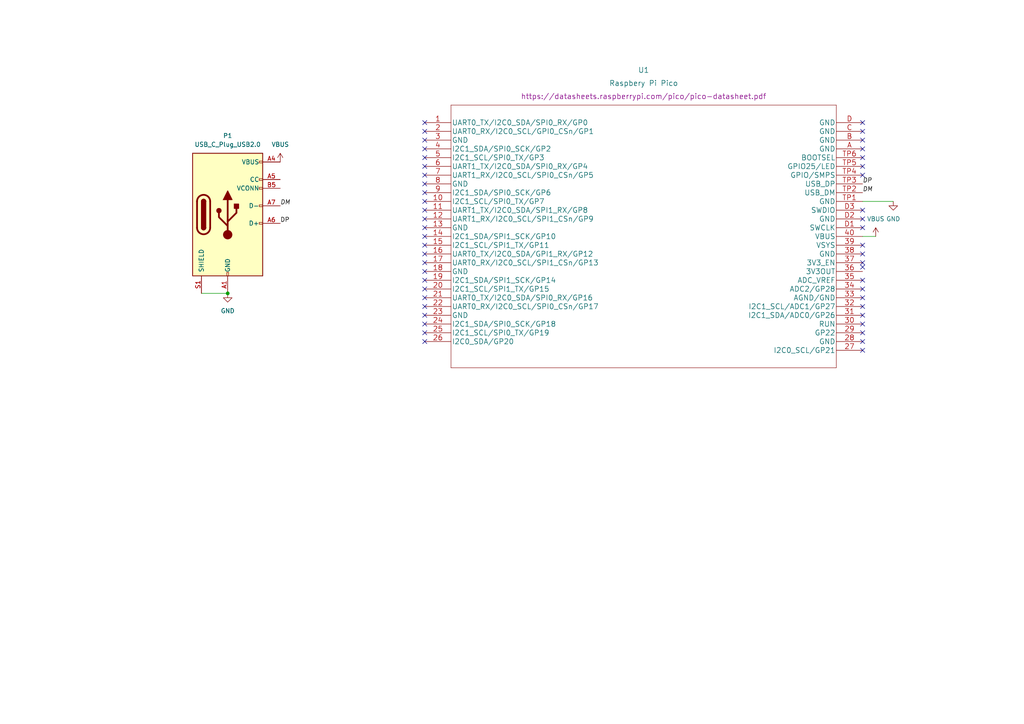
<source format=kicad_sch>
(kicad_sch (version 20211123) (generator eeschema)

  (uuid c42e900c-b5ca-468f-afed-db6171c46a9a)

  (paper "A4")

  (lib_symbols
    (symbol "Connector:USB_C_Plug_USB2.0" (pin_names (offset 1.016)) (in_bom yes) (on_board yes)
      (property "Reference" "P" (id 0) (at -10.16 19.05 0)
        (effects (font (size 1.27 1.27)) (justify left))
      )
      (property "Value" "USB_C_Plug_USB2.0" (id 1) (at 12.7 19.05 0)
        (effects (font (size 1.27 1.27)) (justify right))
      )
      (property "Footprint" "" (id 2) (at 3.81 0 0)
        (effects (font (size 1.27 1.27)) hide)
      )
      (property "Datasheet" "https://www.usb.org/sites/default/files/documents/usb_type-c.zip" (id 3) (at 3.81 0 0)
        (effects (font (size 1.27 1.27)) hide)
      )
      (property "ki_keywords" "usb universal serial bus type-C USB2.0" (id 4) (at 0 0 0)
        (effects (font (size 1.27 1.27)) hide)
      )
      (property "ki_description" "USB 2.0-only Type-C Plug connector" (id 5) (at 0 0 0)
        (effects (font (size 1.27 1.27)) hide)
      )
      (property "ki_fp_filters" "USB*C*Plug*" (id 6) (at 0 0 0)
        (effects (font (size 1.27 1.27)) hide)
      )
      (symbol "USB_C_Plug_USB2.0_0_0"
        (rectangle (start -0.254 -17.78) (end 0.254 -16.764)
          (stroke (width 0) (type default) (color 0 0 0 0))
          (fill (type none))
        )
        (rectangle (start 10.16 -2.286) (end 9.144 -2.794)
          (stroke (width 0) (type default) (color 0 0 0 0))
          (fill (type none))
        )
        (rectangle (start 10.16 2.794) (end 9.144 2.286)
          (stroke (width 0) (type default) (color 0 0 0 0))
          (fill (type none))
        )
        (rectangle (start 10.16 7.874) (end 9.144 7.366)
          (stroke (width 0) (type default) (color 0 0 0 0))
          (fill (type none))
        )
        (rectangle (start 10.16 10.414) (end 9.144 9.906)
          (stroke (width 0) (type default) (color 0 0 0 0))
          (fill (type none))
        )
        (rectangle (start 10.16 15.494) (end 9.144 14.986)
          (stroke (width 0) (type default) (color 0 0 0 0))
          (fill (type none))
        )
      )
      (symbol "USB_C_Plug_USB2.0_0_1"
        (rectangle (start -10.16 17.78) (end 10.16 -17.78)
          (stroke (width 0.254) (type default) (color 0 0 0 0))
          (fill (type background))
        )
        (arc (start -8.89 -3.81) (mid -6.985 -5.715) (end -5.08 -3.81)
          (stroke (width 0.508) (type default) (color 0 0 0 0))
          (fill (type none))
        )
        (arc (start -7.62 -3.81) (mid -6.985 -4.445) (end -6.35 -3.81)
          (stroke (width 0.254) (type default) (color 0 0 0 0))
          (fill (type none))
        )
        (arc (start -7.62 -3.81) (mid -6.985 -4.445) (end -6.35 -3.81)
          (stroke (width 0.254) (type default) (color 0 0 0 0))
          (fill (type outline))
        )
        (rectangle (start -7.62 -3.81) (end -6.35 3.81)
          (stroke (width 0.254) (type default) (color 0 0 0 0))
          (fill (type outline))
        )
        (arc (start -6.35 3.81) (mid -6.985 4.445) (end -7.62 3.81)
          (stroke (width 0.254) (type default) (color 0 0 0 0))
          (fill (type none))
        )
        (arc (start -6.35 3.81) (mid -6.985 4.445) (end -7.62 3.81)
          (stroke (width 0.254) (type default) (color 0 0 0 0))
          (fill (type outline))
        )
        (arc (start -5.08 3.81) (mid -6.985 5.715) (end -8.89 3.81)
          (stroke (width 0.508) (type default) (color 0 0 0 0))
          (fill (type none))
        )
        (circle (center -2.54 1.143) (radius 0.635)
          (stroke (width 0.254) (type default) (color 0 0 0 0))
          (fill (type outline))
        )
        (circle (center 0 -5.842) (radius 1.27)
          (stroke (width 0) (type default) (color 0 0 0 0))
          (fill (type outline))
        )
        (polyline
          (pts
            (xy -8.89 -3.81)
            (xy -8.89 3.81)
          )
          (stroke (width 0.508) (type default) (color 0 0 0 0))
          (fill (type none))
        )
        (polyline
          (pts
            (xy -5.08 3.81)
            (xy -5.08 -3.81)
          )
          (stroke (width 0.508) (type default) (color 0 0 0 0))
          (fill (type none))
        )
        (polyline
          (pts
            (xy 0 -5.842)
            (xy 0 4.318)
          )
          (stroke (width 0.508) (type default) (color 0 0 0 0))
          (fill (type none))
        )
        (polyline
          (pts
            (xy 0 -3.302)
            (xy -2.54 -0.762)
            (xy -2.54 0.508)
          )
          (stroke (width 0.508) (type default) (color 0 0 0 0))
          (fill (type none))
        )
        (polyline
          (pts
            (xy 0 -2.032)
            (xy 2.54 0.508)
            (xy 2.54 1.778)
          )
          (stroke (width 0.508) (type default) (color 0 0 0 0))
          (fill (type none))
        )
        (polyline
          (pts
            (xy -1.27 4.318)
            (xy 0 6.858)
            (xy 1.27 4.318)
            (xy -1.27 4.318)
          )
          (stroke (width 0.254) (type default) (color 0 0 0 0))
          (fill (type outline))
        )
        (rectangle (start 1.905 1.778) (end 3.175 3.048)
          (stroke (width 0.254) (type default) (color 0 0 0 0))
          (fill (type outline))
        )
      )
      (symbol "USB_C_Plug_USB2.0_1_1"
        (pin passive line (at 0 -22.86 90) (length 5.08)
          (name "GND" (effects (font (size 1.27 1.27))))
          (number "A1" (effects (font (size 1.27 1.27))))
        )
        (pin passive line (at 0 -22.86 90) (length 5.08) hide
          (name "GND" (effects (font (size 1.27 1.27))))
          (number "A12" (effects (font (size 1.27 1.27))))
        )
        (pin passive line (at 15.24 15.24 180) (length 5.08)
          (name "VBUS" (effects (font (size 1.27 1.27))))
          (number "A4" (effects (font (size 1.27 1.27))))
        )
        (pin bidirectional line (at 15.24 10.16 180) (length 5.08)
          (name "CC" (effects (font (size 1.27 1.27))))
          (number "A5" (effects (font (size 1.27 1.27))))
        )
        (pin bidirectional line (at 15.24 -2.54 180) (length 5.08)
          (name "D+" (effects (font (size 1.27 1.27))))
          (number "A6" (effects (font (size 1.27 1.27))))
        )
        (pin bidirectional line (at 15.24 2.54 180) (length 5.08)
          (name "D-" (effects (font (size 1.27 1.27))))
          (number "A7" (effects (font (size 1.27 1.27))))
        )
        (pin passive line (at 15.24 15.24 180) (length 5.08) hide
          (name "VBUS" (effects (font (size 1.27 1.27))))
          (number "A9" (effects (font (size 1.27 1.27))))
        )
        (pin passive line (at 0 -22.86 90) (length 5.08) hide
          (name "GND" (effects (font (size 1.27 1.27))))
          (number "B1" (effects (font (size 1.27 1.27))))
        )
        (pin passive line (at 0 -22.86 90) (length 5.08) hide
          (name "GND" (effects (font (size 1.27 1.27))))
          (number "B12" (effects (font (size 1.27 1.27))))
        )
        (pin passive line (at 15.24 15.24 180) (length 5.08) hide
          (name "VBUS" (effects (font (size 1.27 1.27))))
          (number "B4" (effects (font (size 1.27 1.27))))
        )
        (pin bidirectional line (at 15.24 7.62 180) (length 5.08)
          (name "VCONN" (effects (font (size 1.27 1.27))))
          (number "B5" (effects (font (size 1.27 1.27))))
        )
        (pin passive line (at 15.24 15.24 180) (length 5.08) hide
          (name "VBUS" (effects (font (size 1.27 1.27))))
          (number "B9" (effects (font (size 1.27 1.27))))
        )
        (pin passive line (at -7.62 -22.86 90) (length 5.08)
          (name "SHIELD" (effects (font (size 1.27 1.27))))
          (number "S1" (effects (font (size 1.27 1.27))))
        )
      )
    )
    (symbol "power:GND" (power) (pin_names (offset 0)) (in_bom yes) (on_board yes)
      (property "Reference" "#PWR" (id 0) (at 0 -6.35 0)
        (effects (font (size 1.27 1.27)) hide)
      )
      (property "Value" "GND" (id 1) (at 0 -3.81 0)
        (effects (font (size 1.27 1.27)))
      )
      (property "Footprint" "" (id 2) (at 0 0 0)
        (effects (font (size 1.27 1.27)) hide)
      )
      (property "Datasheet" "" (id 3) (at 0 0 0)
        (effects (font (size 1.27 1.27)) hide)
      )
      (property "ki_keywords" "power-flag" (id 4) (at 0 0 0)
        (effects (font (size 1.27 1.27)) hide)
      )
      (property "ki_description" "Power symbol creates a global label with name \"GND\" , ground" (id 5) (at 0 0 0)
        (effects (font (size 1.27 1.27)) hide)
      )
      (symbol "GND_0_1"
        (polyline
          (pts
            (xy 0 0)
            (xy 0 -1.27)
            (xy 1.27 -1.27)
            (xy 0 -2.54)
            (xy -1.27 -1.27)
            (xy 0 -1.27)
          )
          (stroke (width 0) (type default) (color 0 0 0 0))
          (fill (type none))
        )
      )
      (symbol "GND_1_1"
        (pin power_in line (at 0 0 270) (length 0) hide
          (name "GND" (effects (font (size 1.27 1.27))))
          (number "1" (effects (font (size 1.27 1.27))))
        )
      )
    )
    (symbol "power:VBUS" (power) (pin_names (offset 0)) (in_bom yes) (on_board yes)
      (property "Reference" "#PWR" (id 0) (at 0 -3.81 0)
        (effects (font (size 1.27 1.27)) hide)
      )
      (property "Value" "VBUS" (id 1) (at 0 3.81 0)
        (effects (font (size 1.27 1.27)))
      )
      (property "Footprint" "" (id 2) (at 0 0 0)
        (effects (font (size 1.27 1.27)) hide)
      )
      (property "Datasheet" "" (id 3) (at 0 0 0)
        (effects (font (size 1.27 1.27)) hide)
      )
      (property "ki_keywords" "power-flag" (id 4) (at 0 0 0)
        (effects (font (size 1.27 1.27)) hide)
      )
      (property "ki_description" "Power symbol creates a global label with name \"VBUS\"" (id 5) (at 0 0 0)
        (effects (font (size 1.27 1.27)) hide)
      )
      (symbol "VBUS_0_1"
        (polyline
          (pts
            (xy -0.762 1.27)
            (xy 0 2.54)
          )
          (stroke (width 0) (type default) (color 0 0 0 0))
          (fill (type none))
        )
        (polyline
          (pts
            (xy 0 0)
            (xy 0 2.54)
          )
          (stroke (width 0) (type default) (color 0 0 0 0))
          (fill (type none))
        )
        (polyline
          (pts
            (xy 0 2.54)
            (xy 0.762 1.27)
          )
          (stroke (width 0) (type default) (color 0 0 0 0))
          (fill (type none))
        )
      )
      (symbol "VBUS_1_1"
        (pin power_in line (at 0 0 90) (length 0) hide
          (name "VBUS" (effects (font (size 1.27 1.27))))
          (number "1" (effects (font (size 1.27 1.27))))
        )
      )
    )
    (symbol "ul_SC0915:Raspbery Pi Pico" (pin_names (offset 0.254)) (in_bom yes) (on_board yes)
      (property "Reference" "U" (id 0) (at 63.5 10.16 0)
        (effects (font (size 1.524 1.524)))
      )
      (property "Value" "Raspbery Pi Pico" (id 1) (at 63.5 7.62 0)
        (effects (font (size 1.524 1.524)))
      )
      (property "Footprint" "ul_SC0915:SC0915" (id 2) (at 63.5 6.096 0)
        (effects (font (size 1.524 1.524)) hide)
      )
      (property "Datasheet" "https://datasheets.raspberrypi.com/pico/pico-datasheet.pdf" (id 3) (at 0 0 0)
        (effects (font (size 1.524 1.524)))
      )
      (property "ki_fp_filters" "SC0915_RPI" (id 4) (at 0 0 0)
        (effects (font (size 1.27 1.27)) hide)
      )
      (symbol "Raspbery Pi Pico_1_1"
        (polyline
          (pts
            (xy 7.62 -71.12)
            (xy 119.38 -71.12)
          )
          (stroke (width 0.127) (type default) (color 0 0 0 0))
          (fill (type none))
        )
        (polyline
          (pts
            (xy 7.62 5.08)
            (xy 7.62 -71.12)
          )
          (stroke (width 0.127) (type default) (color 0 0 0 0))
          (fill (type none))
        )
        (polyline
          (pts
            (xy 119.38 -71.12)
            (xy 119.38 5.08)
          )
          (stroke (width 0.127) (type default) (color 0 0 0 0))
          (fill (type none))
        )
        (polyline
          (pts
            (xy 119.38 5.08)
            (xy 7.62 5.08)
          )
          (stroke (width 0.127) (type default) (color 0 0 0 0))
          (fill (type none))
        )
        (pin bidirectional line (at 0 0 0) (length 7.62)
          (name "UART0_TX/I2C0_SDA/SPI0_RX/GP0" (effects (font (size 1.4986 1.4986))))
          (number "1" (effects (font (size 1.4986 1.4986))))
        )
        (pin bidirectional line (at 0 -22.86 0) (length 7.62)
          (name "I2C1_SCL/SPI0_TX/GP7" (effects (font (size 1.4986 1.4986))))
          (number "10" (effects (font (size 1.4986 1.4986))))
        )
        (pin bidirectional line (at 0 -25.4 0) (length 7.62)
          (name "UART1_TX/I2C0_SDA/SPI1_RX/GP8" (effects (font (size 1.4986 1.4986))))
          (number "11" (effects (font (size 1.4986 1.4986))))
        )
        (pin bidirectional line (at 0 -27.94 0) (length 7.62)
          (name "UART1_RX/I2C0_SCL/SPI1_CSn/GP9" (effects (font (size 1.4986 1.4986))))
          (number "12" (effects (font (size 1.4986 1.4986))))
        )
        (pin power_in line (at 0 -30.48 0) (length 7.62)
          (name "GND" (effects (font (size 1.4986 1.4986))))
          (number "13" (effects (font (size 1.4986 1.4986))))
        )
        (pin bidirectional line (at 0 -33.02 0) (length 7.62)
          (name "I2C1_SDA/SPI1_SCK/GP10" (effects (font (size 1.4986 1.4986))))
          (number "14" (effects (font (size 1.4986 1.4986))))
        )
        (pin bidirectional line (at 0 -35.56 0) (length 7.62)
          (name "I2C1_SCL/SPI1_TX/GP11" (effects (font (size 1.4986 1.4986))))
          (number "15" (effects (font (size 1.4986 1.4986))))
        )
        (pin bidirectional line (at 0 -38.1 0) (length 7.62)
          (name "UART0_TX/I2C0_SDA/GPI1_RX/GP12" (effects (font (size 1.4986 1.4986))))
          (number "16" (effects (font (size 1.4986 1.4986))))
        )
        (pin bidirectional line (at 0 -40.64 0) (length 7.62)
          (name "UART0_RX/I2C0_SCL/SPI1_CSn/GP13" (effects (font (size 1.4986 1.4986))))
          (number "17" (effects (font (size 1.4986 1.4986))))
        )
        (pin power_in line (at 0 -43.18 0) (length 7.62)
          (name "GND" (effects (font (size 1.4986 1.4986))))
          (number "18" (effects (font (size 1.4986 1.4986))))
        )
        (pin bidirectional line (at 0 -45.72 0) (length 7.62)
          (name "I2C1_SDA/SPI1_SCK/GP14" (effects (font (size 1.4986 1.4986))))
          (number "19" (effects (font (size 1.4986 1.4986))))
        )
        (pin bidirectional line (at 0 -2.54 0) (length 7.62)
          (name "UART0_RX/I2C0_SCL/GPI0_CSn/GP1" (effects (font (size 1.4986 1.4986))))
          (number "2" (effects (font (size 1.4986 1.4986))))
        )
        (pin bidirectional line (at 0 -48.26 0) (length 7.62)
          (name "I2C1_SCL/SPI1_TX/GP15" (effects (font (size 1.4986 1.4986))))
          (number "20" (effects (font (size 1.4986 1.4986))))
        )
        (pin bidirectional line (at 0 -50.8 0) (length 7.62)
          (name "UART0_TX/I2C0_SDA/SPI0_RX/GP16" (effects (font (size 1.4986 1.4986))))
          (number "21" (effects (font (size 1.4986 1.4986))))
        )
        (pin bidirectional line (at 0 -53.34 0) (length 7.62)
          (name "UART0_RX/I2C0_SCL/SPI0_CSn/GP17" (effects (font (size 1.4986 1.4986))))
          (number "22" (effects (font (size 1.4986 1.4986))))
        )
        (pin power_in line (at 0 -55.88 0) (length 7.62)
          (name "GND" (effects (font (size 1.4986 1.4986))))
          (number "23" (effects (font (size 1.4986 1.4986))))
        )
        (pin bidirectional line (at 0 -58.42 0) (length 7.62)
          (name "I2C1_SDA/SPI0_SCK/GP18" (effects (font (size 1.4986 1.4986))))
          (number "24" (effects (font (size 1.4986 1.4986))))
        )
        (pin bidirectional line (at 0 -60.96 0) (length 7.62)
          (name "I2C1_SCL/SPI0_TX/GP19" (effects (font (size 1.4986 1.4986))))
          (number "25" (effects (font (size 1.4986 1.4986))))
        )
        (pin bidirectional line (at 0 -63.5 0) (length 7.62)
          (name "I2C0_SDA/GP20" (effects (font (size 1.4986 1.4986))))
          (number "26" (effects (font (size 1.4986 1.4986))))
        )
        (pin bidirectional line (at 127 -66.04 180) (length 7.62)
          (name "I2C0_SCL/GP21" (effects (font (size 1.4986 1.4986))))
          (number "27" (effects (font (size 1.4986 1.4986))))
        )
        (pin power_in line (at 127 -63.5 180) (length 7.62)
          (name "GND" (effects (font (size 1.4986 1.4986))))
          (number "28" (effects (font (size 1.4986 1.4986))))
        )
        (pin bidirectional line (at 127 -60.96 180) (length 7.62)
          (name "GP22" (effects (font (size 1.4986 1.4986))))
          (number "29" (effects (font (size 1.4986 1.4986))))
        )
        (pin power_in line (at 0 -5.08 0) (length 7.62)
          (name "GND" (effects (font (size 1.4986 1.4986))))
          (number "3" (effects (font (size 1.4986 1.4986))))
        )
        (pin bidirectional line (at 127 -58.42 180) (length 7.62)
          (name "RUN" (effects (font (size 1.4986 1.4986))))
          (number "30" (effects (font (size 1.4986 1.4986))))
        )
        (pin bidirectional line (at 127 -55.88 180) (length 7.62)
          (name "I2C1_SDA/ADC0/GP26" (effects (font (size 1.4986 1.4986))))
          (number "31" (effects (font (size 1.4986 1.4986))))
        )
        (pin bidirectional line (at 127 -53.34 180) (length 7.62)
          (name "I2C1_SCL/ADC1/GP27" (effects (font (size 1.4986 1.4986))))
          (number "32" (effects (font (size 1.4986 1.4986))))
        )
        (pin power_in line (at 127 -50.8 180) (length 7.62)
          (name "AGND/GND" (effects (font (size 1.4986 1.4986))))
          (number "33" (effects (font (size 1.4986 1.4986))))
        )
        (pin bidirectional line (at 127 -48.26 180) (length 7.62)
          (name "ADC2/GP28" (effects (font (size 1.4986 1.4986))))
          (number "34" (effects (font (size 1.4986 1.4986))))
        )
        (pin power_in line (at 127 -45.72 180) (length 7.62)
          (name "ADC_VREF" (effects (font (size 1.4986 1.4986))))
          (number "35" (effects (font (size 1.4986 1.4986))))
        )
        (pin power_out line (at 127 -43.18 180) (length 7.62)
          (name "3V3OUT" (effects (font (size 1.4986 1.4986))))
          (number "36" (effects (font (size 1.4986 1.4986))))
        )
        (pin power_in line (at 127 -40.64 180) (length 7.62)
          (name "3V3_EN" (effects (font (size 1.4986 1.4986))))
          (number "37" (effects (font (size 1.4986 1.4986))))
        )
        (pin power_in line (at 127 -38.1 180) (length 7.62)
          (name "GND" (effects (font (size 1.4986 1.4986))))
          (number "38" (effects (font (size 1.4986 1.4986))))
        )
        (pin power_in line (at 127 -35.56 180) (length 7.62)
          (name "VSYS" (effects (font (size 1.4986 1.4986))))
          (number "39" (effects (font (size 1.4986 1.4986))))
        )
        (pin bidirectional line (at 0 -7.62 0) (length 7.62)
          (name "I2C1_SDA/SPI0_SCK/GP2" (effects (font (size 1.4986 1.4986))))
          (number "4" (effects (font (size 1.4986 1.4986))))
        )
        (pin power_in line (at 127 -33.02 180) (length 7.62)
          (name "VBUS" (effects (font (size 1.4986 1.4986))))
          (number "40" (effects (font (size 1.4986 1.4986))))
        )
        (pin bidirectional line (at 0 -10.16 0) (length 7.62)
          (name "I2C1_SCL/SPI0_TX/GP3" (effects (font (size 1.4986 1.4986))))
          (number "5" (effects (font (size 1.4986 1.4986))))
        )
        (pin bidirectional line (at 0 -12.7 0) (length 7.62)
          (name "UART1_TX/I2C0_SDA/SPI0_RX/GP4" (effects (font (size 1.4986 1.4986))))
          (number "6" (effects (font (size 1.4986 1.4986))))
        )
        (pin bidirectional line (at 0 -15.24 0) (length 7.62)
          (name "UART1_RX/I2C0_SCL/SPI0_CSn/GP5" (effects (font (size 1.4986 1.4986))))
          (number "7" (effects (font (size 1.4986 1.4986))))
        )
        (pin power_in line (at 0 -17.78 0) (length 7.62)
          (name "GND" (effects (font (size 1.4986 1.4986))))
          (number "8" (effects (font (size 1.4986 1.4986))))
        )
        (pin bidirectional line (at 0 -20.32 0) (length 7.62)
          (name "I2C1_SDA/SPI0_SCK/GP6" (effects (font (size 1.4986 1.4986))))
          (number "9" (effects (font (size 1.4986 1.4986))))
        )
        (pin power_in line (at 127 -7.62 180) (length 7.62)
          (name "GND" (effects (font (size 1.4986 1.4986))))
          (number "A" (effects (font (size 1.4986 1.4986))))
        )
        (pin power_in line (at 127 -5.08 180) (length 7.62)
          (name "GND" (effects (font (size 1.4986 1.4986))))
          (number "B" (effects (font (size 1.4986 1.4986))))
        )
        (pin power_in line (at 127 -2.54 180) (length 7.62)
          (name "GND" (effects (font (size 1.4986 1.4986))))
          (number "C" (effects (font (size 1.4986 1.4986))))
        )
        (pin power_in line (at 127 0 180) (length 7.62)
          (name "GND" (effects (font (size 1.4986 1.4986))))
          (number "D" (effects (font (size 1.4986 1.4986))))
        )
        (pin bidirectional line (at 127 -30.48 180) (length 7.62)
          (name "SWCLK" (effects (font (size 1.4986 1.4986))))
          (number "D1" (effects (font (size 1.4986 1.4986))))
        )
        (pin power_in line (at 127 -27.94 180) (length 7.62)
          (name "GND" (effects (font (size 1.4986 1.4986))))
          (number "D2" (effects (font (size 1.4986 1.4986))))
        )
        (pin bidirectional line (at 127 -25.4 180) (length 7.62)
          (name "SWDIO" (effects (font (size 1.4986 1.4986))))
          (number "D3" (effects (font (size 1.4986 1.4986))))
        )
        (pin power_in line (at 127 -22.86 180) (length 7.62)
          (name "GND" (effects (font (size 1.4986 1.4986))))
          (number "TP1" (effects (font (size 1.4986 1.4986))))
        )
        (pin bidirectional line (at 127 -20.32 180) (length 7.62)
          (name "USB_DM" (effects (font (size 1.4986 1.4986))))
          (number "TP2" (effects (font (size 1.4986 1.4986))))
        )
        (pin bidirectional line (at 127 -17.78 180) (length 7.62)
          (name "USB_DP" (effects (font (size 1.4986 1.4986))))
          (number "TP3" (effects (font (size 1.4986 1.4986))))
        )
        (pin bidirectional line (at 127 -15.24 180) (length 7.62)
          (name "GPIO/SMPS" (effects (font (size 1.4986 1.4986))))
          (number "TP4" (effects (font (size 1.4986 1.4986))))
        )
        (pin bidirectional line (at 127 -12.7 180) (length 7.62)
          (name "GPIO25/LED" (effects (font (size 1.4986 1.4986))))
          (number "TP5" (effects (font (size 1.4986 1.4986))))
        )
        (pin bidirectional line (at 127 -10.16 180) (length 7.62)
          (name "BOOTSEL" (effects (font (size 1.4986 1.4986))))
          (number "TP6" (effects (font (size 1.4986 1.4986))))
        )
      )
    )
  )


  (junction (at 66.04 85.09) (diameter 0) (color 0 0 0 0)
    (uuid e66509f4-f591-4244-a0e9-241a736d5905)
  )

  (no_connect (at 123.19 71.12) (uuid a588f15a-e2cb-4033-8f20-610d39503319))
  (no_connect (at 123.19 68.58) (uuid a588f15a-e2cb-4033-8f20-610d39503319))
  (no_connect (at 123.19 66.04) (uuid a588f15a-e2cb-4033-8f20-610d39503319))
  (no_connect (at 123.19 63.5) (uuid a588f15a-e2cb-4033-8f20-610d39503319))
  (no_connect (at 123.19 60.96) (uuid a588f15a-e2cb-4033-8f20-610d39503319))
  (no_connect (at 123.19 58.42) (uuid a588f15a-e2cb-4033-8f20-610d39503319))
  (no_connect (at 250.19 63.5) (uuid a588f15a-e2cb-4033-8f20-610d39503319))
  (no_connect (at 250.19 99.06) (uuid a588f15a-e2cb-4033-8f20-610d39503319))
  (no_connect (at 250.19 101.6) (uuid a588f15a-e2cb-4033-8f20-610d39503319))
  (no_connect (at 123.19 96.52) (uuid a588f15a-e2cb-4033-8f20-610d39503319))
  (no_connect (at 123.19 93.98) (uuid a588f15a-e2cb-4033-8f20-610d39503319))
  (no_connect (at 123.19 91.44) (uuid a588f15a-e2cb-4033-8f20-610d39503319))
  (no_connect (at 123.19 88.9) (uuid a588f15a-e2cb-4033-8f20-610d39503319))
  (no_connect (at 123.19 86.36) (uuid a588f15a-e2cb-4033-8f20-610d39503319))
  (no_connect (at 123.19 83.82) (uuid a588f15a-e2cb-4033-8f20-610d39503319))
  (no_connect (at 123.19 81.28) (uuid a588f15a-e2cb-4033-8f20-610d39503319))
  (no_connect (at 123.19 78.74) (uuid a588f15a-e2cb-4033-8f20-610d39503319))
  (no_connect (at 123.19 76.2) (uuid a588f15a-e2cb-4033-8f20-610d39503319))
  (no_connect (at 123.19 73.66) (uuid a588f15a-e2cb-4033-8f20-610d39503319))
  (no_connect (at 123.19 99.06) (uuid a588f15a-e2cb-4033-8f20-610d39503319))
  (no_connect (at 123.19 55.88) (uuid a588f15a-e2cb-4033-8f20-610d39503319))
  (no_connect (at 123.19 53.34) (uuid a588f15a-e2cb-4033-8f20-610d39503319))
  (no_connect (at 123.19 50.8) (uuid a588f15a-e2cb-4033-8f20-610d39503319))
  (no_connect (at 123.19 48.26) (uuid a588f15a-e2cb-4033-8f20-610d39503319))
  (no_connect (at 123.19 45.72) (uuid a588f15a-e2cb-4033-8f20-610d39503319))
  (no_connect (at 123.19 43.18) (uuid a588f15a-e2cb-4033-8f20-610d39503319))
  (no_connect (at 123.19 40.64) (uuid a588f15a-e2cb-4033-8f20-610d39503319))
  (no_connect (at 123.19 38.1) (uuid a588f15a-e2cb-4033-8f20-610d39503319))
  (no_connect (at 123.19 35.56) (uuid a588f15a-e2cb-4033-8f20-610d39503319))
  (no_connect (at 250.19 35.56) (uuid a588f15a-e2cb-4033-8f20-610d39503319))
  (no_connect (at 250.19 40.64) (uuid a588f15a-e2cb-4033-8f20-610d39503319))
  (no_connect (at 250.19 43.18) (uuid a588f15a-e2cb-4033-8f20-610d39503319))
  (no_connect (at 250.19 45.72) (uuid a588f15a-e2cb-4033-8f20-610d39503319))
  (no_connect (at 250.19 48.26) (uuid a588f15a-e2cb-4033-8f20-610d39503319))
  (no_connect (at 250.19 38.1) (uuid a588f15a-e2cb-4033-8f20-610d39503319))
  (no_connect (at 250.19 50.8) (uuid a588f15a-e2cb-4033-8f20-610d39503319))
  (no_connect (at 250.19 60.96) (uuid a588f15a-e2cb-4033-8f20-610d39503319))
  (no_connect (at 250.19 66.04) (uuid a588f15a-e2cb-4033-8f20-610d39503319))
  (no_connect (at 250.19 71.12) (uuid a588f15a-e2cb-4033-8f20-610d39503319))
  (no_connect (at 250.19 73.66) (uuid a588f15a-e2cb-4033-8f20-610d39503319))
  (no_connect (at 250.19 77.47) (uuid a588f15a-e2cb-4033-8f20-610d39503319))
  (no_connect (at 250.19 76.2) (uuid a588f15a-e2cb-4033-8f20-610d39503319))
  (no_connect (at 250.19 81.28) (uuid a588f15a-e2cb-4033-8f20-610d39503319))
  (no_connect (at 250.19 83.82) (uuid a588f15a-e2cb-4033-8f20-610d39503319))
  (no_connect (at 250.19 86.36) (uuid a588f15a-e2cb-4033-8f20-610d39503319))
  (no_connect (at 250.19 88.9) (uuid a588f15a-e2cb-4033-8f20-610d39503319))
  (no_connect (at 250.19 91.44) (uuid a588f15a-e2cb-4033-8f20-610d39503319))
  (no_connect (at 250.19 93.98) (uuid a588f15a-e2cb-4033-8f20-610d39503319))
  (no_connect (at 250.19 96.52) (uuid a588f15a-e2cb-4033-8f20-610d39503319))

  (wire (pts (xy 259.08 58.42) (xy 250.19 58.42))
    (stroke (width 0) (type default) (color 0 0 0 0))
    (uuid 6c33233f-0adf-431f-a8c6-8cb4c5ff7959)
  )
  (wire (pts (xy 254 68.58) (xy 250.19 68.58))
    (stroke (width 0) (type default) (color 0 0 0 0))
    (uuid c10dc7e0-62f2-4354-aca2-843ccf8d40c9)
  )
  (wire (pts (xy 58.42 85.09) (xy 66.04 85.09))
    (stroke (width 0) (type default) (color 0 0 0 0))
    (uuid f02f6385-eacc-4a97-8cc5-ddd91c924d5d)
  )

  (label "DP" (at 81.28 64.77 0)
    (effects (font (size 1.27 1.27)) (justify left bottom))
    (uuid 373b367e-4afe-49e4-b951-a5318ac6c329)
  )
  (label "DM" (at 250.19 55.88 0)
    (effects (font (size 1.27 1.27) italic) (justify left bottom))
    (uuid 3a485959-a28e-43c4-86fe-21df5e7c7782)
  )
  (label "DP" (at 250.19 53.34 0)
    (effects (font (size 1.27 1.27) italic) (justify left bottom))
    (uuid 5af16d66-833b-438f-9ca9-56484412a38c)
  )
  (label "DM" (at 81.28 59.69 0)
    (effects (font (size 1.27 1.27) italic) (justify left bottom))
    (uuid b27c2978-1c55-4dcd-a73f-6bff537cda36)
  )

  (symbol (lib_id "power:VBUS") (at 254 68.58 0) (unit 1)
    (in_bom yes) (on_board yes) (fields_autoplaced)
    (uuid 109ec764-4698-4550-aaa8-c709c25a4e40)
    (property "Reference" "#PWR03" (id 0) (at 254 72.39 0)
      (effects (font (size 1.27 1.27)) hide)
    )
    (property "Value" "VBUS" (id 1) (at 254 63.5 0))
    (property "Footprint" "" (id 2) (at 254 68.58 0)
      (effects (font (size 1.27 1.27)) hide)
    )
    (property "Datasheet" "" (id 3) (at 254 68.58 0)
      (effects (font (size 1.27 1.27)) hide)
    )
    (pin "1" (uuid 25228aa2-1c9a-4e0b-9790-753690882f48))
  )

  (symbol (lib_id "power:GND") (at 259.08 58.42 0) (unit 1)
    (in_bom yes) (on_board yes) (fields_autoplaced)
    (uuid 32082160-5c56-4d50-b139-034024bc12b8)
    (property "Reference" "#PWR04" (id 0) (at 259.08 64.77 0)
      (effects (font (size 1.27 1.27)) hide)
    )
    (property "Value" "GND" (id 1) (at 259.08 63.5 0))
    (property "Footprint" "" (id 2) (at 259.08 58.42 0)
      (effects (font (size 1.27 1.27)) hide)
    )
    (property "Datasheet" "" (id 3) (at 259.08 58.42 0)
      (effects (font (size 1.27 1.27)) hide)
    )
    (pin "1" (uuid fdcad0a8-1c23-43cc-9fc1-128305352f6f))
  )

  (symbol (lib_id "power:GND") (at 66.04 85.09 0) (unit 1)
    (in_bom yes) (on_board yes) (fields_autoplaced)
    (uuid 4f1c54bb-398a-41ec-a3c9-b37b619d9a9b)
    (property "Reference" "#PWR01" (id 0) (at 66.04 91.44 0)
      (effects (font (size 1.27 1.27)) hide)
    )
    (property "Value" "GND" (id 1) (at 66.04 90.17 0))
    (property "Footprint" "" (id 2) (at 66.04 85.09 0)
      (effects (font (size 1.27 1.27)) hide)
    )
    (property "Datasheet" "" (id 3) (at 66.04 85.09 0)
      (effects (font (size 1.27 1.27)) hide)
    )
    (pin "1" (uuid f6549f99-af76-4d51-94c8-18da39e5d9b7))
  )

  (symbol (lib_id "power:VBUS") (at 81.28 46.99 0) (unit 1)
    (in_bom yes) (on_board yes) (fields_autoplaced)
    (uuid 965fd1b3-78c5-4300-9083-2fbe933bf233)
    (property "Reference" "#PWR02" (id 0) (at 81.28 50.8 0)
      (effects (font (size 1.27 1.27)) hide)
    )
    (property "Value" "VBUS" (id 1) (at 81.28 41.91 0))
    (property "Footprint" "" (id 2) (at 81.28 46.99 0)
      (effects (font (size 1.27 1.27)) hide)
    )
    (property "Datasheet" "" (id 3) (at 81.28 46.99 0)
      (effects (font (size 1.27 1.27)) hide)
    )
    (pin "1" (uuid a6b745bc-9b9f-4b05-88b9-fe9ed403ecff))
  )

  (symbol (lib_id "Connector:USB_C_Plug_USB2.0") (at 66.04 62.23 0) (unit 1)
    (in_bom yes) (on_board yes) (fields_autoplaced)
    (uuid aac484a4-7986-4797-9f14-c23a3f7dd3c2)
    (property "Reference" "P1" (id 0) (at 66.04 39.37 0))
    (property "Value" "USB_C_Plug_USB2.0" (id 1) (at 66.04 41.91 0))
    (property "Footprint" "" (id 2) (at 69.85 62.23 0)
      (effects (font (size 1.27 1.27)) hide)
    )
    (property "Datasheet" "https://www.usb.org/sites/default/files/documents/usb_type-c.zip" (id 3) (at 69.85 62.23 0)
      (effects (font (size 1.27 1.27)) hide)
    )
    (pin "A1" (uuid 1ad95cda-587e-491e-84e1-e92ae479ecab))
    (pin "A12" (uuid e36cca87-2d5b-4b85-8ee6-a8caaa59521a))
    (pin "A4" (uuid a0946ce9-9820-487e-b516-0df00dbd6b2a))
    (pin "A5" (uuid fed68e4f-10fa-4f7b-9907-f8fa5fc5ee83))
    (pin "A6" (uuid 8fea9edd-844a-4bb9-8066-1ff35cc36dab))
    (pin "A7" (uuid 516321b6-7314-4a60-9953-9e46686f1429))
    (pin "A9" (uuid a6c99bb4-759f-4e84-ad08-72dbbcc38e30))
    (pin "B1" (uuid 867ffff5-1009-4978-bc0b-020bdd261b03))
    (pin "B12" (uuid 961d25c3-8cc9-4ebc-92af-223b5a9dba7b))
    (pin "B4" (uuid 21d2e9b0-7521-4e7f-867f-2ef8f76f189e))
    (pin "B5" (uuid b083ba29-875b-4ec4-8b43-1e608af442ec))
    (pin "B9" (uuid 18f5f28f-7933-4444-88a4-6aa0c813ba93))
    (pin "S1" (uuid 4685b821-8625-4ed2-8b10-345b4d2ad91f))
  )

  (symbol (lib_id "ul_SC0915:Raspbery Pi Pico") (at 123.19 35.56 0) (unit 1)
    (in_bom yes) (on_board yes) (fields_autoplaced)
    (uuid db02436f-9ac1-436f-a22d-f263f0d771be)
    (property "Reference" "U1" (id 0) (at 186.69 20.32 0)
      (effects (font (size 1.524 1.524)))
    )
    (property "Value" "Raspbery Pi Pico" (id 1) (at 186.69 24.13 0)
      (effects (font (size 1.524 1.524)))
    )
    (property "Footprint" "ul_SC0915:SC0915" (id 2) (at 186.69 29.464 0)
      (effects (font (size 1.524 1.524)) hide)
    )
    (property "Datasheet" "https://datasheets.raspberrypi.com/pico/pico-datasheet.pdf" (id 3) (at 186.69 27.94 0)
      (effects (font (size 1.524 1.524)))
    )
    (pin "1" (uuid a0f22b50-9504-4f8c-aa36-b2d07786679b))
    (pin "10" (uuid ac547435-9036-409b-b52b-27326e27a91f))
    (pin "11" (uuid 4911b933-477c-45ef-8ee0-6a0ec27c49e0))
    (pin "12" (uuid 9882fa98-b69d-4041-85e4-74607c6c3b3e))
    (pin "13" (uuid 4a241884-7eb7-4fe5-acd6-08b71edd3368))
    (pin "14" (uuid 4109d7b9-12b1-4e8f-a4b3-fc6ac954077b))
    (pin "15" (uuid 9714fe41-34c5-4190-b35d-dab680967bd0))
    (pin "16" (uuid 6bc26df6-f0c9-4407-aad3-11fb14b73083))
    (pin "17" (uuid e89187a2-9b23-4370-8f16-60741956d245))
    (pin "18" (uuid 2dcc8132-5149-46cc-9c7d-06678e56b07a))
    (pin "19" (uuid c420cf57-5a63-407b-b090-62c2d0dd9aea))
    (pin "2" (uuid 85dd7860-199e-4c7e-9b31-b5bc9ecb319a))
    (pin "20" (uuid a694c192-d3a2-4984-af9f-db9e53dc9eff))
    (pin "21" (uuid dc2c3daa-6f8b-4f7b-8349-334e4a3a841e))
    (pin "22" (uuid c17f3e51-8ba8-4132-83a5-a59402414757))
    (pin "23" (uuid 7fcff312-c80b-43e1-9f1f-c20b3038848a))
    (pin "24" (uuid eb02e467-0cea-4ce5-b40b-44fe070d04e0))
    (pin "25" (uuid 0dadced8-cb13-4dd8-8714-3a7944b8a542))
    (pin "26" (uuid f6b7cabe-70f1-419e-a1d6-0eb47ca31619))
    (pin "27" (uuid ba0c344e-fddf-4ec9-a8f4-54c4e8629491))
    (pin "28" (uuid 014f5f10-497d-4055-9ca5-7c8c62477870))
    (pin "29" (uuid 9576e933-a4d7-44bb-a606-9123b57a9d72))
    (pin "3" (uuid 234f4d45-257d-405a-83b3-b4dc40427386))
    (pin "30" (uuid d85f2ad0-a657-412f-89c4-508ef8d233a7))
    (pin "31" (uuid 91ffbf26-f34b-4b72-9064-8f60ddc0af8e))
    (pin "32" (uuid 2529b4e9-22aa-4734-9899-75a9a10013bd))
    (pin "33" (uuid 102f52c0-d387-4bc7-814e-c4e4f5816178))
    (pin "34" (uuid 116e1e1d-c045-4ce0-98f8-ed343effc68f))
    (pin "35" (uuid 559346ce-3048-45a7-babe-87ff70e1aae8))
    (pin "36" (uuid 3add2a73-dcb5-4b85-a278-821ab38c2fa8))
    (pin "37" (uuid 45383282-9052-4247-b199-79948d05fd5e))
    (pin "38" (uuid fe52445f-ad03-4bfe-92c2-6408ea99e138))
    (pin "39" (uuid 4ecda994-d3bd-4e7a-bc1e-cbb602330644))
    (pin "4" (uuid a1e6aaa2-3f89-4783-a0b2-dfed8ec563a5))
    (pin "40" (uuid 21e05e2c-01a2-4e15-94ac-74e4d290032f))
    (pin "5" (uuid c795d277-62aa-4e73-a108-1d6d851c7fb7))
    (pin "6" (uuid 3c3ff91b-3c0c-4edf-9bbd-d57ef4c9a2b4))
    (pin "7" (uuid f1187f9f-eeec-40cb-8e32-5806935f69b3))
    (pin "8" (uuid e74e4111-3efb-4ca1-9290-93d82e006a43))
    (pin "9" (uuid 841aee84-3878-4403-b603-7c7b9e6050b5))
    (pin "A" (uuid b820136e-0242-4373-86dd-f94399eba165))
    (pin "B" (uuid 4d111ce3-4c3b-4c05-a1c5-1ddc320bda19))
    (pin "C" (uuid b1319274-0c51-4b0d-9d1c-bebd0c60e6bd))
    (pin "D" (uuid 26bdf991-ef72-4b0a-9261-d5f3e1873df6))
    (pin "D1" (uuid b6902632-f593-423e-a7d6-b1ea2464e951))
    (pin "D2" (uuid b5ca6f48-937a-4414-8816-4fc78ccf997f))
    (pin "D3" (uuid 6cc8380b-5c25-46b5-ba10-b6f7b6509a5b))
    (pin "TP1" (uuid 455f25a4-fce2-40ab-a015-db5724969958))
    (pin "TP2" (uuid 880960e4-c147-4b38-baba-ee62d8d934b3))
    (pin "TP3" (uuid f067cd47-0b4d-4962-b564-b09ccbca8e1e))
    (pin "TP4" (uuid 9ff76cea-ac69-4f16-9744-24bc07321058))
    (pin "TP5" (uuid ea222e5b-bc65-4679-8c93-661707819e24))
    (pin "TP6" (uuid ce9d0d07-f804-49ba-bd84-6f4171d9d709))
  )

  (sheet_instances
    (path "/" (page "1"))
  )

  (symbol_instances
    (path "/4f1c54bb-398a-41ec-a3c9-b37b619d9a9b"
      (reference "#PWR01") (unit 1) (value "GND") (footprint "")
    )
    (path "/965fd1b3-78c5-4300-9083-2fbe933bf233"
      (reference "#PWR02") (unit 1) (value "VBUS") (footprint "")
    )
    (path "/109ec764-4698-4550-aaa8-c709c25a4e40"
      (reference "#PWR03") (unit 1) (value "VBUS") (footprint "")
    )
    (path "/32082160-5c56-4d50-b139-034024bc12b8"
      (reference "#PWR04") (unit 1) (value "GND") (footprint "")
    )
    (path "/aac484a4-7986-4797-9f14-c23a3f7dd3c2"
      (reference "P1") (unit 1) (value "USB_C_Plug_USB2.0") (footprint "")
    )
    (path "/db02436f-9ac1-436f-a22d-f263f0d771be"
      (reference "U1") (unit 1) (value "Raspbery Pi Pico") (footprint "ul_SC0915:SC0915")
    )
  )
)

</source>
